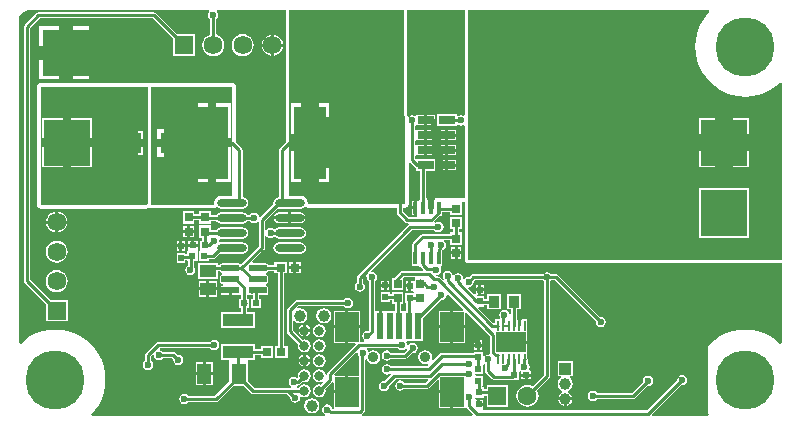
<source format=gbl>
G04*
G04 #@! TF.GenerationSoftware,Altium Limited,Altium NEXUS,2.1.5 (53)*
G04*
G04 Layer_Physical_Order=2*
G04 Layer_Color=16711680*
%FSLAX44Y44*%
%MOMM*%
G71*
G01*
G75*
%ADD10C,0.2000*%
%ADD17R,4.0000X4.0000*%
%ADD24R,0.8000X0.7000*%
%ADD25R,0.6000X0.5000*%
%ADD26R,0.9000X1.0000*%
%ADD27R,0.5000X0.6000*%
%ADD30R,0.7000X0.8000*%
%ADD31R,1.4000X1.1000*%
%ADD48C,1.0000*%
%ADD57C,0.5000*%
%ADD58C,0.4000*%
%ADD59C,0.2540*%
%ADD60C,5.0000*%
%ADD61C,0.9000*%
%ADD62R,1.0000X1.0000*%
%ADD63C,1.5900*%
%ADD64R,1.5900X1.5900*%
%ADD65R,1.5900X1.5900*%
%ADD66R,4.0000X4.0000*%
%ADD67R,1.6000X1.6000*%
%ADD68C,1.6000*%
%ADD69C,0.6000*%
%ADD70R,0.3556X1.0604*%
%ADD71O,2.5000X0.7000*%
%ADD72R,0.6000X0.6000*%
%ADD73R,1.3720X0.7100*%
%ADD74R,1.0000X1.0000*%
%ADD75R,2.7000X6.2000*%
%ADD76R,1.3000X1.8000*%
%ADD77R,2.6000X1.1000*%
%ADD78R,0.5000X2.3000*%
%ADD79R,2.0000X2.5000*%
%ADD80R,0.6000X0.6000*%
%ADD81R,0.2294X0.8080*%
%ADD82R,2.5400X1.6510*%
G04:AMPARAMS|DCode=83|XSize=1.45mm|YSize=0.59mm|CornerRadius=0.0738mm|HoleSize=0mm|Usage=FLASHONLY|Rotation=0.000|XOffset=0mm|YOffset=0mm|HoleType=Round|Shape=RoundedRectangle|*
%AMROUNDEDRECTD83*
21,1,1.4500,0.4425,0,0,0.0*
21,1,1.3025,0.5900,0,0,0.0*
1,1,0.1475,0.6513,-0.2213*
1,1,0.1475,-0.6513,-0.2213*
1,1,0.1475,-0.6513,0.2213*
1,1,0.1475,0.6513,0.2213*
%
%ADD83ROUNDEDRECTD83*%
%ADD84C,0.8000*%
G36*
X229351Y385036D02*
X229351Y273558D01*
X224483Y268689D01*
X223921Y267849D01*
X223724Y266858D01*
Y226848D01*
X221919Y226489D01*
X220341Y225435D01*
X219287Y223857D01*
X218917Y221996D01*
X219116Y220994D01*
X207976Y209854D01*
X206597Y210272D01*
X206460Y210962D01*
X205516Y212374D01*
X204104Y213318D01*
X202438Y213650D01*
X200772Y213318D01*
X199359Y212374D01*
X199033Y211886D01*
X196786D01*
X196219Y212735D01*
X194641Y213789D01*
X192780Y214159D01*
X174780D01*
X172919Y213789D01*
X171341Y212735D01*
X170774Y211886D01*
X165806D01*
Y214978D01*
X156266D01*
Y212298D01*
X152090D01*
Y214978D01*
X142550D01*
Y204438D01*
X152090D01*
Y207118D01*
X156266D01*
Y204438D01*
X165806D01*
Y206706D01*
X170774D01*
X171341Y205857D01*
X172919Y204803D01*
X174780Y204433D01*
X192780D01*
X194641Y204803D01*
X196219Y205857D01*
X196786Y206706D01*
X199033D01*
X199359Y206217D01*
X200772Y205274D01*
X202438Y204942D01*
X204104Y205274D01*
X205388Y206132D01*
X205977Y205985D01*
X206658Y205640D01*
Y185291D01*
X191979Y170612D01*
X190466Y170640D01*
X189802Y171084D01*
X189018Y171239D01*
X175993D01*
X175210Y171084D01*
X174546Y170640D01*
X174102Y169976D01*
X174022Y169570D01*
X171846D01*
Y170988D01*
X155306D01*
Y157448D01*
X171846D01*
Y164390D01*
X174022D01*
X174102Y163984D01*
X174546Y163320D01*
X175208Y162878D01*
X175210Y162867D01*
Y161593D01*
X175208Y161582D01*
X174546Y161140D01*
X174102Y160476D01*
X173947Y159692D01*
Y155267D01*
X174102Y154484D01*
X174546Y153820D01*
X175210Y153377D01*
X175993Y153221D01*
Y151964D01*
X175316Y151829D01*
X174741Y151445D01*
X174357Y150870D01*
X174222Y150192D01*
Y149250D01*
X182506D01*
Y147980D01*
X183776D01*
Y143996D01*
X189018D01*
X189696Y144131D01*
X189942Y144295D01*
X191037Y143878D01*
X191212Y143733D01*
Y140930D01*
X189866D01*
Y133390D01*
X191546D01*
Y129490D01*
X174706D01*
Y115950D01*
X203246D01*
Y129490D01*
X196726D01*
Y133390D01*
X198406D01*
Y140930D01*
X196392D01*
Y143912D01*
X197646Y144320D01*
X198310Y143876D01*
X199093Y143721D01*
X199657D01*
X199710Y143710D01*
X199762Y143721D01*
X201546D01*
Y140930D01*
X199866D01*
Y133390D01*
X208406D01*
Y140930D01*
X206726D01*
Y143721D01*
X212118D01*
X212902Y143876D01*
X213566Y144320D01*
X214009Y144984D01*
X214165Y145767D01*
Y150192D01*
X214009Y150976D01*
X213566Y151640D01*
X212904Y152082D01*
X212902Y152093D01*
Y153367D01*
X212904Y153378D01*
X213566Y153820D01*
X214009Y154484D01*
X214165Y155267D01*
Y159692D01*
X214009Y160476D01*
X213566Y161140D01*
X212904Y161582D01*
X212902Y161593D01*
Y162867D01*
X212904Y162878D01*
X213566Y163320D01*
X214009Y163984D01*
X214105Y164466D01*
X219870D01*
Y162362D01*
X222914D01*
Y100528D01*
X220440D01*
Y90988D01*
X230980D01*
Y100528D01*
X228094D01*
Y162362D01*
X230410D01*
Y171902D01*
X219870D01*
Y169646D01*
X214075D01*
X214009Y169976D01*
X213566Y170640D01*
X212902Y171084D01*
X212118Y171239D01*
X201591D01*
X201105Y172413D01*
X211079Y182387D01*
X211641Y183227D01*
X211838Y184218D01*
Y193844D01*
X213108Y194230D01*
X213584Y193517D01*
X214996Y192574D01*
X216662Y192242D01*
X218328Y192574D01*
X218933Y192978D01*
X220341Y193157D01*
X221919Y192103D01*
X223780Y191733D01*
X241780D01*
X243641Y192103D01*
X245219Y193157D01*
X246273Y194735D01*
X246643Y196596D01*
X246273Y198457D01*
X245219Y200035D01*
X243641Y201089D01*
X241780Y201459D01*
X223780D01*
X221919Y201089D01*
X220341Y200035D01*
X218933Y200214D01*
X218328Y200618D01*
X216662Y200950D01*
X214996Y200618D01*
X213584Y199674D01*
X213108Y198962D01*
X211838Y199348D01*
Y206391D01*
X222778Y217332D01*
X223780Y217133D01*
X241780D01*
X243641Y217503D01*
X245219Y218557D01*
X245264Y218624D01*
X245799Y218764D01*
X246574Y218817D01*
X246948Y218567D01*
X247295Y218282D01*
X247440Y218238D01*
X247567Y218154D01*
X248007Y218066D01*
X248437Y217936D01*
X248589Y217951D01*
X248737Y217921D01*
X323292Y217921D01*
Y213868D01*
X323489Y212877D01*
X324051Y212037D01*
X330401Y205687D01*
X331241Y205125D01*
X332232Y204928D01*
X333036D01*
X333421Y203658D01*
X333195Y203507D01*
X290269Y160581D01*
X289707Y159741D01*
X289510Y158750D01*
Y154535D01*
X289021Y154208D01*
X288078Y152796D01*
X287746Y151130D01*
X288078Y149464D01*
X289021Y148052D01*
X290434Y147108D01*
X292100Y146776D01*
X293766Y147108D01*
X295179Y148052D01*
X296122Y149464D01*
X296454Y151130D01*
X296122Y152796D01*
X295179Y154208D01*
X294690Y154535D01*
Y157677D01*
X296728Y159715D01*
X297906Y159130D01*
X298238Y157464D01*
X299181Y156052D01*
X299670Y155725D01*
Y114440D01*
X298635Y113537D01*
X298450Y113574D01*
X296784Y113242D01*
X295371Y112298D01*
X294428Y110886D01*
X294096Y109220D01*
X294428Y107554D01*
X295371Y106142D01*
X296084Y105666D01*
X295698Y104396D01*
X292030D01*
Y115670D01*
X282300D01*
Y103440D01*
X288131D01*
X288617Y102267D01*
X265109Y78758D01*
X264547Y77918D01*
X264350Y76926D01*
Y76336D01*
X263080Y76211D01*
X262774Y77748D01*
X261609Y79492D01*
X259866Y80656D01*
X257810Y81065D01*
X255754Y80656D01*
X254011Y79492D01*
X252846Y77748D01*
X252437Y75692D01*
X252846Y73636D01*
X254011Y71892D01*
X255754Y70728D01*
X257810Y70319D01*
X259866Y70728D01*
X260532Y71173D01*
X261342Y70186D01*
X259237Y68081D01*
X257810Y68365D01*
X255754Y67956D01*
X254011Y66792D01*
X252846Y65048D01*
X252437Y62992D01*
X252846Y60936D01*
X254011Y59193D01*
X255754Y58028D01*
X257810Y57619D01*
X259866Y58028D01*
X261609Y59193D01*
X262774Y60936D01*
X263183Y62992D01*
X262899Y64419D01*
X268760Y70279D01*
X268807Y70279D01*
X270030Y69889D01*
Y63210D01*
X279760D01*
Y75440D01*
X270912D01*
X270386Y76710D01*
X289071Y95395D01*
X289796Y95157D01*
X290317Y94845D01*
X290618Y93330D01*
X291562Y91917D01*
X291590Y91898D01*
Y75440D01*
X282300D01*
Y61940D01*
X281030D01*
Y60670D01*
X270030D01*
Y48440D01*
X270030D01*
X269958Y47834D01*
X268673Y47784D01*
X268500Y48652D01*
X267556Y50065D01*
X266144Y51008D01*
X264478Y51340D01*
X262812Y51008D01*
X261400Y50065D01*
X260456Y48652D01*
X260124Y46986D01*
X260456Y45320D01*
X261400Y43907D01*
X262812Y42964D01*
X262859Y42955D01*
X262734Y41684D01*
X65273D01*
X64698Y42955D01*
X67897Y46602D01*
X70975Y51210D01*
X73426Y56179D01*
X75207Y61426D01*
X76288Y66861D01*
X76651Y72390D01*
X76288Y77919D01*
X75207Y83354D01*
X73426Y88601D01*
X70975Y93570D01*
X67897Y98178D01*
X64243Y102344D01*
X60078Y105997D01*
X55470Y109075D01*
X50501Y111526D01*
X45254Y113307D01*
X39819Y114388D01*
X34290Y114751D01*
X28761Y114388D01*
X23326Y113307D01*
X18079Y111526D01*
X13110Y109075D01*
X8502Y105997D01*
X4890Y102829D01*
X3620Y103405D01*
Y377226D01*
X3636D01*
X3902Y379243D01*
X4680Y381123D01*
X5919Y382737D01*
X7533Y383975D01*
X9413Y384754D01*
X11430Y385020D01*
Y385036D01*
X164088D01*
X164453Y384101D01*
X164522Y383765D01*
X163618Y382412D01*
X163286Y380746D01*
X163618Y379080D01*
X164562Y377668D01*
X165050Y377341D01*
Y364341D01*
X163390Y363654D01*
X161464Y362176D01*
X159986Y360250D01*
X159057Y358007D01*
X158740Y355600D01*
X159057Y353193D01*
X159986Y350950D01*
X161464Y349024D01*
X163390Y347546D01*
X165633Y346617D01*
X168040Y346301D01*
X170447Y346617D01*
X172690Y347546D01*
X174616Y349024D01*
X176094Y350950D01*
X177023Y353193D01*
X177339Y355600D01*
X177023Y358007D01*
X176094Y360250D01*
X174616Y362176D01*
X172690Y363654D01*
X170447Y364583D01*
X170230Y364611D01*
Y377341D01*
X170718Y377668D01*
X171662Y379080D01*
X171994Y380746D01*
X171662Y382412D01*
X170758Y383765D01*
X170827Y384101D01*
X171192Y385036D01*
X228081D01*
X229351Y385036D01*
D02*
G37*
G36*
X380801Y296435D02*
X379531Y295756D01*
X379364Y295868D01*
X377698Y296200D01*
X376032Y295868D01*
X375306Y295383D01*
X374036Y296062D01*
Y296920D01*
X357776D01*
Y287280D01*
X374036D01*
Y287630D01*
X375306Y288309D01*
X376032Y287824D01*
X377698Y287492D01*
X379364Y287824D01*
X379531Y287936D01*
X380801Y287257D01*
Y225814D01*
X355854D01*
Y224915D01*
X355025Y223988D01*
X353517D01*
Y217686D01*
X350977D01*
Y223988D01*
X349469D01*
X348742Y224957D01*
Y225814D01*
X348335D01*
Y249180D01*
X356036D01*
Y258820D01*
X339776D01*
X339140Y259827D01*
Y261272D01*
X340046Y262150D01*
X340410Y262150D01*
X346636D01*
Y266700D01*
X347906D01*
D01*
X346636D01*
Y271250D01*
X340410D01*
X340046Y271250D01*
X339140Y272129D01*
Y273972D01*
X340046Y274850D01*
X340410Y274850D01*
X346636D01*
Y279400D01*
Y283950D01*
X340410D01*
X340046Y283950D01*
X339140Y284828D01*
Y286672D01*
X340046Y287550D01*
X346636D01*
Y292100D01*
Y296650D01*
X340046D01*
Y296173D01*
X338776Y295494D01*
X338216Y295868D01*
X336550Y296200D01*
X334884Y295868D01*
X333599Y295010D01*
X333011Y295157D01*
X332329Y295501D01*
Y385036D01*
X380801D01*
Y296435D01*
D02*
G37*
G36*
X329271Y295650D02*
X330046D01*
Y293479D01*
X330102Y293435D01*
X330167Y293338D01*
X330454Y293146D01*
X330454Y220980D01*
X248737Y220980D01*
X247931Y221962D01*
X247938Y221996D01*
X247470Y224353D01*
X246135Y226351D01*
X244137Y227686D01*
X241780Y228154D01*
X232410D01*
X232410Y385036D01*
X329271Y385036D01*
Y295650D01*
D02*
G37*
G36*
X380801Y173990D02*
X381034Y172819D01*
X381697Y171827D01*
X382690Y171164D01*
X383860Y170931D01*
X649195D01*
X649195Y169661D01*
Y103373D01*
X647925Y102798D01*
X644278Y105997D01*
X639670Y109075D01*
X634701Y111526D01*
X629454Y113307D01*
X624019Y114388D01*
X618490Y114751D01*
X612961Y114388D01*
X607526Y113307D01*
X602279Y111526D01*
X597310Y109075D01*
X592702Y105997D01*
X588536Y102344D01*
X587635Y101315D01*
X587562Y101267D01*
X587061Y100516D01*
X586885Y99630D01*
Y45340D01*
X586853Y45183D01*
X587030Y44297D01*
X587483Y43619D01*
X587484Y43615D01*
X587758Y42850D01*
X587043Y41684D01*
X539903D01*
X539377Y42955D01*
X564150Y67727D01*
X565150Y67528D01*
X566816Y67860D01*
X568228Y68804D01*
X569172Y70216D01*
X569504Y71882D01*
X569172Y73548D01*
X568228Y74960D01*
X566816Y75904D01*
X565150Y76236D01*
X563484Y75904D01*
X562071Y74960D01*
X561128Y73548D01*
X560796Y71882D01*
X560827Y71729D01*
X535327Y46230D01*
X396761D01*
X396684Y47468D01*
X396684D01*
Y50198D01*
X392684D01*
Y51468D01*
X391414D01*
Y55468D01*
X390209D01*
X389411Y56736D01*
X389634Y57198D01*
X396954D01*
Y58878D01*
X399416D01*
Y49404D01*
X417956D01*
Y67944D01*
X399416D01*
Y64058D01*
X396954D01*
Y65738D01*
X395274D01*
Y67184D01*
X396700D01*
Y75724D01*
X390813D01*
X390009Y76994D01*
X390098Y77184D01*
X396700D01*
Y84516D01*
X397970Y85309D01*
X398222Y85186D01*
Y79502D01*
X398419Y78511D01*
X398981Y77671D01*
X403505Y73147D01*
X404345Y72585D01*
X405336Y72388D01*
X421274D01*
X421484Y72430D01*
X427260D01*
Y78512D01*
X428530Y79267D01*
X428736Y79155D01*
X428990Y78832D01*
Y77470D01*
X432990D01*
X436990D01*
Y79700D01*
X435965D01*
X435286Y80970D01*
X435568Y81392D01*
X435900Y83058D01*
X435568Y84724D01*
X434624Y86137D01*
X434136Y86463D01*
Y89822D01*
X434210Y90194D01*
X434037Y91063D01*
Y94885D01*
X434070D01*
Y102870D01*
X420370D01*
Y105410D01*
X434070D01*
Y113395D01*
X434037D01*
Y123396D01*
X429203D01*
Y123126D01*
X428390D01*
Y118086D01*
X425850D01*
Y123126D01*
X425210D01*
Y132160D01*
X428290D01*
Y144700D01*
X416750D01*
Y132160D01*
X420030D01*
Y127826D01*
X418760Y127701D01*
X418568Y128666D01*
X417625Y130078D01*
X416212Y131022D01*
X414546Y131354D01*
X412880Y131022D01*
X411468Y130078D01*
X410524Y128666D01*
X410192Y127000D01*
X410524Y125334D01*
X410970Y124666D01*
X410532Y123396D01*
X406703D01*
Y120676D01*
X404957D01*
X392566Y133067D01*
X393052Y134240D01*
X397470D01*
Y135420D01*
X399750D01*
Y132160D01*
X411290D01*
Y144700D01*
X399750D01*
Y140600D01*
X397470D01*
Y142780D01*
X391472D01*
X391139Y143240D01*
X391153Y143407D01*
X391787Y144510D01*
X392430D01*
Y147240D01*
X390200D01*
Y145556D01*
X390200Y145124D01*
X388930Y144598D01*
X383903Y149625D01*
X384141Y150350D01*
X384453Y150871D01*
X385968Y151172D01*
X387380Y152115D01*
X388324Y153528D01*
X388656Y155194D01*
X388619Y155379D01*
X389522Y156414D01*
X447445D01*
X447771Y155926D01*
X448260Y155599D01*
Y76511D01*
X438591Y66842D01*
X436506Y67705D01*
X434086Y68024D01*
X431666Y67705D01*
X429411Y66771D01*
X427475Y65285D01*
X425989Y63349D01*
X425055Y61094D01*
X424736Y58674D01*
X425055Y56254D01*
X425989Y53999D01*
X427475Y52063D01*
X429411Y50577D01*
X431666Y49643D01*
X434086Y49324D01*
X436506Y49643D01*
X438761Y50577D01*
X440697Y52063D01*
X442183Y53999D01*
X443117Y56254D01*
X443436Y58674D01*
X443117Y61094D01*
X442254Y63179D01*
X452681Y73607D01*
X453243Y74447D01*
X453440Y75438D01*
Y155599D01*
X453928Y155926D01*
X454255Y156414D01*
X457143D01*
X491823Y121735D01*
X491708Y121158D01*
X492040Y119492D01*
X492984Y118080D01*
X494396Y117136D01*
X496062Y116804D01*
X497728Y117136D01*
X499141Y118080D01*
X500084Y119492D01*
X500416Y121158D01*
X500084Y122824D01*
X499141Y124236D01*
X497728Y125180D01*
X496062Y125512D01*
X495485Y125397D01*
X460047Y160835D01*
X459207Y161397D01*
X458216Y161594D01*
X454255D01*
X453928Y162083D01*
X452516Y163026D01*
X450850Y163358D01*
X449184Y163026D01*
X447771Y162083D01*
X447445Y161594D01*
X388112D01*
X387121Y161397D01*
X386281Y160835D01*
X384879Y159433D01*
X384302Y159548D01*
X382636Y159216D01*
X381223Y158272D01*
X380710Y157505D01*
X379534Y157979D01*
X379510Y157994D01*
X379180Y159654D01*
X378237Y161066D01*
X376824Y162010D01*
X375158Y162342D01*
X373492Y162010D01*
X372080Y161066D01*
X371989Y160931D01*
X370641Y161200D01*
X370544Y161686D01*
X369600Y163099D01*
X368188Y164042D01*
X366522Y164374D01*
X364856Y164042D01*
X363443Y163099D01*
X362500Y161686D01*
X362168Y160020D01*
X362500Y158354D01*
X363113Y157437D01*
X362126Y156627D01*
X359744Y159009D01*
X358904Y159571D01*
X357913Y159768D01*
X356929D01*
X356804Y161038D01*
X358282Y161332D01*
X359695Y162276D01*
X360638Y163688D01*
X360970Y165354D01*
X360638Y167020D01*
X360447Y167306D01*
X361046Y168426D01*
X361798D01*
Y175256D01*
X361847Y175506D01*
Y181756D01*
X362600Y181906D01*
X364012Y182850D01*
X364956Y184262D01*
X365288Y185928D01*
X364956Y187594D01*
X364012Y189007D01*
X363372Y189434D01*
X363758Y190704D01*
X368864D01*
Y186404D01*
X378404D01*
Y196944D01*
X376224D01*
Y199804D01*
X378404D01*
Y210344D01*
X368864D01*
Y199804D01*
X371044D01*
Y196944D01*
X368864D01*
Y195884D01*
X345440D01*
X344449Y195687D01*
X343609Y195125D01*
X337411Y188928D01*
X336850Y188088D01*
X336653Y187096D01*
Y181570D01*
X336194D01*
Y168426D01*
X342290D01*
X342290Y168426D01*
X343421Y168090D01*
X343914Y167353D01*
X345863Y165404D01*
X345337Y164134D01*
X328114D01*
X327123Y163937D01*
X326283Y163375D01*
X321765Y158857D01*
X321586Y158590D01*
X319334D01*
Y148050D01*
X328874D01*
Y158590D01*
X329993Y158954D01*
X337414D01*
X338638Y158844D01*
Y156825D01*
X338018Y155812D01*
X337368Y155812D01*
X335788D01*
Y151812D01*
Y147812D01*
X337090D01*
X337978Y146571D01*
X337912Y146386D01*
X337644Y146082D01*
X330748D01*
Y137542D01*
X331434D01*
Y130710D01*
X329760D01*
X329760Y130710D01*
X329300D01*
Y130710D01*
X328490Y130710D01*
X327153D01*
Y136050D01*
X328874D01*
Y146590D01*
X319334D01*
Y144606D01*
X317460D01*
Y146336D01*
X309920D01*
Y137796D01*
X317460D01*
Y139426D01*
X319334D01*
Y136050D01*
X321973D01*
Y131701D01*
X321300Y130710D01*
X320490Y130710D01*
X314188D01*
X313760Y130710D01*
X312602Y130440D01*
X310800D01*
Y117940D01*
X308260D01*
Y130440D01*
X306120D01*
X306030Y130440D01*
X304850Y130657D01*
Y155725D01*
X305338Y156052D01*
X306282Y157464D01*
X306614Y159130D01*
X306282Y160796D01*
X305338Y162208D01*
X303926Y163152D01*
X302260Y163484D01*
X301675Y164662D01*
X336099Y199086D01*
X355243D01*
X355569Y198598D01*
X356982Y197654D01*
X358648Y197322D01*
X360314Y197654D01*
X361726Y198598D01*
X362670Y200010D01*
X363002Y201676D01*
X362670Y203342D01*
X361726Y204755D01*
X360314Y205698D01*
X358648Y206030D01*
X356982Y205698D01*
X355862Y204950D01*
X355675Y204983D01*
X355247Y206351D01*
X360010Y211114D01*
X361798D01*
Y214588D01*
X368864D01*
Y211804D01*
X378404D01*
Y222344D01*
X379504Y222755D01*
X380801D01*
Y173990D01*
D02*
G37*
G36*
X339102Y252169D02*
X339776Y251719D01*
Y249180D01*
X343155D01*
Y225446D01*
X342697Y224258D01*
X341539Y223988D01*
X340512D01*
Y217686D01*
Y211158D01*
X341156Y210436D01*
X341082Y210108D01*
X333305D01*
X328472Y214941D01*
Y217921D01*
X330454D01*
X331624Y218154D01*
X332617Y218817D01*
X333280Y219809D01*
X333513Y220980D01*
Y256071D01*
X334510Y256469D01*
X334783Y256488D01*
X339102Y252169D01*
D02*
G37*
G36*
X588082Y383765D02*
X584883Y380118D01*
X581805Y375510D01*
X579354Y370541D01*
X577573Y365294D01*
X576492Y359859D01*
X576129Y354330D01*
X576492Y348801D01*
X577573Y343366D01*
X579354Y338119D01*
X581805Y333150D01*
X584883Y328542D01*
X588536Y324376D01*
X592702Y320723D01*
X597310Y317645D01*
X602279Y315194D01*
X607526Y313413D01*
X612961Y312332D01*
X618490Y311969D01*
X624019Y312332D01*
X629454Y313413D01*
X634701Y315194D01*
X639670Y317645D01*
X644278Y320723D01*
X647925Y323922D01*
X649195Y323347D01*
X649195Y173990D01*
X383860D01*
Y250450D01*
X383766D01*
Y295650D01*
X383860D01*
Y385036D01*
X587507D01*
X588082Y383765D01*
D02*
G37*
G36*
X379815Y131613D02*
X379329Y130440D01*
X371300D01*
Y118210D01*
X381030D01*
Y128739D01*
X382203Y129225D01*
X402540Y108888D01*
Y94833D01*
X402565Y94708D01*
X401485Y93628D01*
X400812Y93762D01*
X399146Y93430D01*
X397733Y92486D01*
X397470Y92092D01*
X396200Y92477D01*
Y95790D01*
X388660D01*
Y95252D01*
X361819D01*
X360828Y95055D01*
X359988Y94493D01*
X354387Y88893D01*
X353041Y89212D01*
X352985Y89286D01*
X353413Y91440D01*
X352965Y93691D01*
X351690Y95600D01*
X349781Y96875D01*
X347530Y97323D01*
X345279Y96875D01*
X343370Y95600D01*
X342095Y93691D01*
X341647Y91440D01*
X342095Y89189D01*
X343370Y87280D01*
X345279Y86005D01*
X347530Y85557D01*
X349684Y85985D01*
X349758Y85929D01*
X350008Y84873D01*
X349145Y83870D01*
X318449D01*
X318293Y84104D01*
X316880Y85048D01*
X315214Y85380D01*
X313548Y85048D01*
X312136Y84104D01*
X311192Y82692D01*
X310860Y81026D01*
X311192Y79360D01*
X312136Y77948D01*
X313548Y77004D01*
X315214Y76672D01*
X316880Y77004D01*
X317733Y77574D01*
X318543Y76588D01*
X312997Y71041D01*
X312420Y71156D01*
X310754Y70824D01*
X309342Y69880D01*
X308398Y68468D01*
X308066Y66802D01*
X308398Y65136D01*
X309342Y63724D01*
X310754Y62780D01*
X312420Y62448D01*
X314086Y62780D01*
X315499Y63724D01*
X316442Y65136D01*
X316774Y66802D01*
X316659Y67379D01*
X322431Y73150D01*
X349690D01*
X350216Y71880D01*
X348235Y69900D01*
X329795D01*
X329468Y70388D01*
X328056Y71332D01*
X326390Y71664D01*
X324724Y71332D01*
X323312Y70388D01*
X322368Y68976D01*
X322036Y67310D01*
X322368Y65644D01*
X323312Y64232D01*
X324724Y63288D01*
X326390Y62956D01*
X328056Y63288D01*
X329468Y64232D01*
X329795Y64720D01*
X349308D01*
X350299Y64917D01*
X351139Y65479D01*
X357857Y72196D01*
X359030Y71710D01*
Y63210D01*
X370030D01*
Y61940D01*
X371300D01*
Y48440D01*
X381030D01*
Y48440D01*
X382300Y48682D01*
X382471Y48427D01*
X387943Y42955D01*
X387417Y41684D01*
X294725Y41684D01*
X294364Y42356D01*
X294267Y42955D01*
X296011Y44699D01*
X296573Y45539D01*
X296770Y46530D01*
Y89340D01*
X298040Y89465D01*
X298095Y89189D01*
X299370Y87280D01*
X301279Y86005D01*
X303530Y85557D01*
X305781Y86005D01*
X307690Y87280D01*
X308965Y89189D01*
X309413Y91440D01*
X308965Y93691D01*
X307690Y95600D01*
X305781Y96875D01*
X303530Y97323D01*
X301279Y96875D01*
X300075Y96071D01*
X298664Y96655D01*
X298662Y96662D01*
X297804Y97946D01*
X297951Y98535D01*
X298296Y99216D01*
X324117D01*
X324581Y98521D01*
X325994Y97578D01*
X327660Y97246D01*
X329326Y97578D01*
X330485Y98352D01*
X330738Y98371D01*
X331245Y98230D01*
X331842Y97887D01*
X331840Y97759D01*
X329381Y95300D01*
X318365D01*
X318039Y95788D01*
X316626Y96732D01*
X314960Y97064D01*
X313294Y96732D01*
X311882Y95788D01*
X310938Y94376D01*
X310606Y92710D01*
X310938Y91044D01*
X311882Y89632D01*
X313294Y88688D01*
X314960Y88356D01*
X316626Y88688D01*
X318039Y89632D01*
X318365Y90120D01*
X330454D01*
X331445Y90317D01*
X332285Y90879D01*
X336227Y94821D01*
X336804Y94706D01*
X338470Y95038D01*
X339883Y95982D01*
X340826Y97394D01*
X341158Y99060D01*
X340826Y100726D01*
X339883Y102139D01*
X338470Y103082D01*
X336804Y103414D01*
X335138Y103082D01*
X333726Y102139D01*
X333246Y101420D01*
X332606Y101514D01*
X331973Y101802D01*
X331682Y103266D01*
X331259Y103900D01*
X331937Y105170D01*
X336490D01*
X337300Y105170D01*
X338570Y105170D01*
X345300D01*
Y124467D01*
X360611Y139779D01*
X361188Y139664D01*
X362854Y139996D01*
X364267Y140940D01*
X365210Y142352D01*
X365542Y144018D01*
X365524Y144109D01*
X366694Y144734D01*
X379815Y131613D01*
D02*
G37*
%LPC*%
G36*
X219310Y364460D02*
Y356870D01*
X226900D01*
X226760Y357936D01*
X225858Y360114D01*
X224423Y361983D01*
X222554Y363418D01*
X220376Y364320D01*
X219310Y364460D01*
D02*
G37*
G36*
X216770D02*
X215704Y364320D01*
X213526Y363418D01*
X211657Y361983D01*
X210222Y360114D01*
X209320Y357936D01*
X209180Y356870D01*
X216770D01*
Y364460D01*
D02*
G37*
G36*
X65720Y371790D02*
X49180D01*
Y355250D01*
X65720D01*
Y371790D01*
D02*
G37*
G36*
X37180D02*
X20640D01*
Y355250D01*
X37180D01*
Y371790D01*
D02*
G37*
G36*
X226900Y354330D02*
X219310D01*
Y346740D01*
X220376Y346880D01*
X222554Y347782D01*
X224423Y349217D01*
X225858Y351086D01*
X226760Y353264D01*
X226900Y354330D01*
D02*
G37*
G36*
X216770D02*
X209180D01*
X209320Y353264D01*
X210222Y351086D01*
X211657Y349217D01*
X213526Y347782D01*
X215704Y346880D01*
X216770Y346740D01*
Y354330D01*
D02*
G37*
G36*
X117894Y383336D02*
X20066D01*
X19075Y383139D01*
X18235Y382577D01*
X8329Y372671D01*
X7767Y371831D01*
X7570Y370840D01*
Y156210D01*
X7767Y155219D01*
X8329Y154379D01*
X26340Y136368D01*
Y121590D01*
X44780D01*
Y140030D01*
X30003D01*
X12750Y157283D01*
Y369767D01*
X21139Y378156D01*
X116821D01*
X133820Y361157D01*
Y346380D01*
X152260D01*
Y364820D01*
X137483D01*
X119725Y382577D01*
X118885Y383139D01*
X117894Y383336D01*
D02*
G37*
G36*
X193040Y364899D02*
X190633Y364583D01*
X188390Y363654D01*
X186464Y362176D01*
X184986Y360250D01*
X184057Y358007D01*
X183741Y355600D01*
X184057Y353193D01*
X184986Y350950D01*
X186464Y349024D01*
X188390Y347546D01*
X190633Y346617D01*
X193040Y346301D01*
X195447Y346617D01*
X197690Y347546D01*
X199616Y349024D01*
X201094Y350950D01*
X202023Y353193D01*
X202339Y355600D01*
X202023Y358007D01*
X201094Y360250D01*
X199616Y362176D01*
X197690Y363654D01*
X195447Y364583D01*
X193040Y364899D01*
D02*
G37*
G36*
X65720Y343250D02*
X49180D01*
Y326710D01*
X65720D01*
Y343250D01*
D02*
G37*
G36*
X37180D02*
X20640D01*
Y326710D01*
X37180D01*
Y343250D01*
D02*
G37*
G36*
X21946Y323353D02*
X20775Y323120D01*
X19783Y322457D01*
X19120Y321465D01*
X18887Y320294D01*
X18887Y220218D01*
X19120Y219047D01*
X19783Y218055D01*
X20775Y217392D01*
X21946Y217159D01*
X111346Y217159D01*
X111412Y217172D01*
X111479Y217162D01*
X111995Y217288D01*
X112517Y217392D01*
X112573Y217429D01*
X112638Y217445D01*
X113067Y217759D01*
X113509Y218055D01*
X114399Y217646D01*
X115570Y217413D01*
X167924Y217413D01*
X168073Y217443D01*
X168224Y217428D01*
X168654Y217558D01*
X169094Y217646D01*
X169221Y217730D01*
X169366Y217774D01*
X169713Y218059D01*
X170087Y218309D01*
X170475Y218386D01*
X171386Y218527D01*
X172919Y217503D01*
X174780Y217133D01*
X192780D01*
X194641Y217503D01*
X196219Y218557D01*
X197273Y220135D01*
X197643Y221996D01*
X197273Y223857D01*
X196219Y225435D01*
X194641Y226489D01*
X192836Y226848D01*
Y266930D01*
X192639Y267921D01*
X192077Y268761D01*
X187209Y273630D01*
X187209Y320294D01*
X186976Y321465D01*
X186313Y322457D01*
X185320Y323120D01*
X184150Y323353D01*
X115570Y323353D01*
X114399Y323120D01*
X114041Y322880D01*
X113682Y323120D01*
X112511Y323353D01*
X111241Y323353D01*
X21946Y323353D01*
D02*
G37*
G36*
X241780Y213884D02*
X234050D01*
Y210566D01*
X246115D01*
X246019Y211052D01*
X245024Y212540D01*
X243536Y213535D01*
X241780Y213884D01*
D02*
G37*
G36*
X231510D02*
X223780D01*
X222024Y213535D01*
X220536Y212540D01*
X219541Y211052D01*
X219445Y210566D01*
X231510D01*
Y213884D01*
D02*
G37*
G36*
X36830Y214670D02*
Y207080D01*
X44420D01*
X44280Y208146D01*
X43378Y210324D01*
X41943Y212193D01*
X40074Y213628D01*
X37896Y214530D01*
X36830Y214670D01*
D02*
G37*
G36*
X34290D02*
X33224Y214530D01*
X31046Y213628D01*
X29177Y212193D01*
X27742Y210324D01*
X26840Y208146D01*
X26700Y207080D01*
X34290D01*
Y214670D01*
D02*
G37*
G36*
X246115Y208026D02*
X234050D01*
Y204708D01*
X241780D01*
X243536Y205057D01*
X245024Y206052D01*
X246019Y207540D01*
X246115Y208026D01*
D02*
G37*
G36*
X231510D02*
X219445D01*
X219541Y207540D01*
X220536Y206052D01*
X222024Y205057D01*
X223780Y204708D01*
X231510D01*
Y208026D01*
D02*
G37*
G36*
X151820Y202708D02*
X148590D01*
Y198978D01*
X151820D01*
Y202708D01*
D02*
G37*
G36*
X146050D02*
X142820D01*
Y198978D01*
X146050D01*
Y202708D01*
D02*
G37*
G36*
X44420Y204540D02*
X36830D01*
Y196950D01*
X37896Y197090D01*
X40074Y197992D01*
X41943Y199427D01*
X43378Y201296D01*
X44280Y203474D01*
X44420Y204540D01*
D02*
G37*
G36*
X34290D02*
X26700D01*
X26840Y203474D01*
X27742Y201296D01*
X29177Y199427D01*
X31046Y197992D01*
X33224Y197090D01*
X34290Y196950D01*
Y204540D01*
D02*
G37*
G36*
X151820Y196438D02*
X148590D01*
Y192708D01*
X151820D01*
Y196438D01*
D02*
G37*
G36*
X146050D02*
X142820D01*
Y192708D01*
X146050D01*
Y196438D01*
D02*
G37*
G36*
X165806Y202978D02*
X156266D01*
Y192438D01*
X158279D01*
Y189698D01*
X156432D01*
Y182158D01*
X156432Y182158D01*
X156178Y181308D01*
X156178D01*
X156178Y180993D01*
Y172768D01*
X164718D01*
Y174448D01*
X167840D01*
X168831Y174645D01*
X169671Y175207D01*
X173710Y179245D01*
X174780Y179033D01*
X192780D01*
X194641Y179403D01*
X196219Y180457D01*
X197273Y182035D01*
X197643Y183896D01*
X197273Y185757D01*
X196219Y187335D01*
X194641Y188389D01*
X192780Y188759D01*
X174780D01*
X174120Y188628D01*
X173935Y188813D01*
X173212Y189743D01*
X173004Y190791D01*
X173637Y191660D01*
X173962Y191895D01*
X174780Y191733D01*
X192780D01*
X194641Y192103D01*
X196219Y193157D01*
X197273Y194735D01*
X197643Y196596D01*
X197273Y198457D01*
X196219Y200035D01*
X194641Y201089D01*
X192780Y201459D01*
X174780D01*
X172919Y201089D01*
X171341Y200035D01*
X170774Y199186D01*
X165806D01*
Y202978D01*
D02*
G37*
G36*
X154702Y189428D02*
X151972D01*
Y187198D01*
X154702D01*
Y189428D01*
D02*
G37*
G36*
X149432D02*
X146702D01*
Y187198D01*
X149432D01*
Y189428D01*
D02*
G37*
G36*
X144216Y189594D02*
X141986D01*
Y186864D01*
X144216D01*
Y189594D01*
D02*
G37*
G36*
X139446D02*
X137216D01*
Y186864D01*
X139446D01*
Y189594D01*
D02*
G37*
G36*
X144216Y184324D02*
X141986D01*
Y181594D01*
X144216D01*
Y184324D01*
D02*
G37*
G36*
X139446D02*
X137216D01*
Y181594D01*
X139446D01*
Y184324D01*
D02*
G37*
G36*
X241780Y188759D02*
X223780D01*
X221919Y188389D01*
X220341Y187335D01*
X219287Y185757D01*
X218917Y183896D01*
X219287Y182035D01*
X220341Y180457D01*
X221919Y179403D01*
X223780Y179033D01*
X241780D01*
X243641Y179403D01*
X245219Y180457D01*
X246273Y182035D01*
X246643Y183896D01*
X246273Y185757D01*
X245219Y187335D01*
X243641Y188389D01*
X241780Y188759D01*
D02*
G37*
G36*
X154702Y184658D02*
X150702D01*
X146702D01*
Y182578D01*
X146702Y182428D01*
X146340Y181308D01*
X146178D01*
Y178906D01*
X144486D01*
Y179864D01*
X136946D01*
Y171324D01*
X144486D01*
Y173726D01*
X146178D01*
Y172768D01*
X146662D01*
Y168947D01*
X145512Y168179D01*
X144568Y166766D01*
X144236Y165100D01*
X144568Y163434D01*
X145512Y162022D01*
X146924Y161078D01*
X148590Y160746D01*
X150256Y161078D01*
X151669Y162022D01*
X152612Y163434D01*
X152944Y165100D01*
X152612Y166766D01*
X151842Y167919D01*
Y172768D01*
X154718D01*
Y181165D01*
X154718Y181308D01*
X154702Y182571D01*
Y182578D01*
Y184658D01*
D02*
G37*
G36*
X35560Y190110D02*
X33153Y189793D01*
X30910Y188864D01*
X28984Y187386D01*
X27506Y185460D01*
X26577Y183217D01*
X26260Y180810D01*
X26577Y178403D01*
X27506Y176160D01*
X28984Y174234D01*
X30910Y172756D01*
X33153Y171827D01*
X35560Y171511D01*
X37967Y171827D01*
X40210Y172756D01*
X42136Y174234D01*
X43614Y176160D01*
X44543Y178403D01*
X44859Y180810D01*
X44543Y183217D01*
X43614Y185460D01*
X42136Y187386D01*
X40210Y188864D01*
X37967Y189793D01*
X35560Y190110D01*
D02*
G37*
G36*
X242140Y171632D02*
X238410D01*
Y168402D01*
X242140D01*
Y171632D01*
D02*
G37*
G36*
X235870D02*
X232140D01*
Y168402D01*
X235870D01*
Y171632D01*
D02*
G37*
G36*
X242140Y165862D02*
X238410D01*
Y162632D01*
X242140D01*
Y165862D01*
D02*
G37*
G36*
X235870D02*
X232140D01*
Y162632D01*
X235870D01*
Y165862D01*
D02*
G37*
G36*
X171576Y155718D02*
X164846D01*
Y150488D01*
X171576D01*
Y155718D01*
D02*
G37*
G36*
X162306D02*
X155576D01*
Y150488D01*
X162306D01*
Y155718D01*
D02*
G37*
G36*
X35560Y165110D02*
X33153Y164793D01*
X30910Y163864D01*
X28984Y162386D01*
X27506Y160460D01*
X26577Y158217D01*
X26260Y155810D01*
X26577Y153403D01*
X27506Y151160D01*
X28984Y149234D01*
X30910Y147756D01*
X33153Y146827D01*
X35560Y146510D01*
X37967Y146827D01*
X40210Y147756D01*
X42136Y149234D01*
X43614Y151160D01*
X44543Y153403D01*
X44859Y155810D01*
X44543Y158217D01*
X43614Y160460D01*
X42136Y162386D01*
X40210Y163864D01*
X37967Y164793D01*
X35560Y165110D01*
D02*
G37*
G36*
X181236Y146710D02*
X174222D01*
Y145767D01*
X174357Y145090D01*
X174741Y144515D01*
X175316Y144131D01*
X175993Y143996D01*
X181236D01*
Y146710D01*
D02*
G37*
G36*
X171576Y147948D02*
X164846D01*
Y142718D01*
X171576D01*
Y147948D01*
D02*
G37*
G36*
X162306D02*
X155576D01*
Y142718D01*
X162306D01*
Y147948D01*
D02*
G37*
G36*
X281940Y141514D02*
X280274Y141182D01*
X278862Y140239D01*
X278535Y139750D01*
X238760D01*
X237769Y139553D01*
X236929Y138991D01*
X231209Y133271D01*
X230647Y132431D01*
X230450Y131440D01*
Y113162D01*
X230647Y112171D01*
X231209Y111331D01*
X240021Y102519D01*
X239737Y101092D01*
X240146Y99036D01*
X241311Y97292D01*
X243054Y96128D01*
X245110Y95719D01*
X247166Y96128D01*
X248909Y97292D01*
X250074Y99036D01*
X250483Y101092D01*
X250074Y103148D01*
X248909Y104892D01*
X247166Y106056D01*
X245110Y106465D01*
X243683Y106181D01*
X235630Y114235D01*
Y121595D01*
X236900Y121898D01*
X238864Y120586D01*
X241310Y120099D01*
X243756Y120586D01*
X245830Y121972D01*
X247216Y124046D01*
X247703Y126492D01*
X247216Y128938D01*
X245830Y131012D01*
X243756Y132398D01*
X241310Y132885D01*
X239604Y132545D01*
X238978Y133716D01*
X239833Y134570D01*
X278535D01*
X278862Y134081D01*
X280274Y133138D01*
X281940Y132806D01*
X283606Y133138D01*
X285019Y134081D01*
X285962Y135494D01*
X286294Y137160D01*
X285962Y138826D01*
X285019Y140239D01*
X283606Y141182D01*
X281940Y141514D01*
D02*
G37*
G36*
X261610Y132885D02*
X259164Y132398D01*
X257090Y131012D01*
X255704Y128938D01*
X255217Y126492D01*
X255704Y124046D01*
X257090Y121972D01*
X259164Y120586D01*
X261610Y120099D01*
X264056Y120586D01*
X266130Y121972D01*
X267516Y124046D01*
X268003Y126492D01*
X267516Y128938D01*
X266130Y131012D01*
X264056Y132398D01*
X261610Y132885D01*
D02*
G37*
G36*
X292030Y130440D02*
X282300D01*
Y118210D01*
X292030D01*
Y130440D01*
D02*
G37*
G36*
X279760D02*
X270030D01*
Y118210D01*
X279760D01*
Y130440D01*
D02*
G37*
G36*
X281030Y116940D02*
D01*
D01*
D01*
D02*
G37*
G36*
X246380Y118637D02*
Y115062D01*
X249955D01*
X249820Y115743D01*
X248715Y117397D01*
X247061Y118502D01*
X246380Y118637D01*
D02*
G37*
G36*
X243840D02*
X243159Y118502D01*
X241505Y117397D01*
X240400Y115743D01*
X240265Y115062D01*
X243840D01*
Y118637D01*
D02*
G37*
G36*
X249955Y112522D02*
X246380D01*
Y108947D01*
X247061Y109082D01*
X248715Y110187D01*
X249820Y111841D01*
X249955Y112522D01*
D02*
G37*
G36*
X243840D02*
X240265D01*
X240400Y111841D01*
X241505Y110187D01*
X243159Y109082D01*
X243840Y108947D01*
Y112522D01*
D02*
G37*
G36*
X257810Y119165D02*
X255754Y118756D01*
X254011Y117591D01*
X252846Y115848D01*
X252437Y113792D01*
X252846Y111736D01*
X254011Y109993D01*
X255754Y108828D01*
X257810Y108419D01*
X259866Y108828D01*
X261609Y109993D01*
X262774Y111736D01*
X263183Y113792D01*
X262774Y115848D01*
X261609Y117591D01*
X259866Y118756D01*
X257810Y119165D01*
D02*
G37*
G36*
X279760Y115670D02*
X270030D01*
Y103440D01*
X279760D01*
Y115670D01*
D02*
G37*
G36*
X168910Y105954D02*
X167244Y105622D01*
X165832Y104678D01*
X165505Y104190D01*
X121179D01*
X120188Y103993D01*
X119348Y103431D01*
X110945Y95028D01*
X110383Y94188D01*
X110186Y93197D01*
Y88241D01*
X109698Y87914D01*
X108754Y86502D01*
X108422Y84836D01*
X108754Y83170D01*
X109698Y81757D01*
X111110Y80814D01*
X112776Y80482D01*
X114442Y80814D01*
X115855Y81757D01*
X116798Y83170D01*
X117130Y84836D01*
X116798Y86502D01*
X115855Y87914D01*
X115366Y88241D01*
Y92124D01*
X116605Y93363D01*
X117330Y93125D01*
X117851Y92813D01*
X118152Y91298D01*
X119095Y89886D01*
X120508Y88942D01*
X122174Y88610D01*
X123840Y88942D01*
X125253Y89886D01*
X125579Y90374D01*
X133293D01*
X134191Y89476D01*
X134076Y88900D01*
X134408Y87234D01*
X135351Y85822D01*
X136764Y84878D01*
X138430Y84546D01*
X140096Y84878D01*
X141509Y85822D01*
X142452Y87234D01*
X142784Y88900D01*
X142452Y90566D01*
X141509Y91979D01*
X140096Y92922D01*
X138430Y93254D01*
X137853Y93139D01*
X136197Y94795D01*
X135357Y95357D01*
X134366Y95554D01*
X125579D01*
X125253Y96042D01*
X123840Y96986D01*
X123063Y97141D01*
X122533Y98525D01*
X122912Y99010D01*
X165505D01*
X165832Y98521D01*
X167244Y97578D01*
X168910Y97246D01*
X170576Y97578D01*
X171989Y98521D01*
X172932Y99934D01*
X173264Y101600D01*
X172932Y103266D01*
X171989Y104678D01*
X170576Y105622D01*
X168910Y105954D01*
D02*
G37*
G36*
X257810Y106465D02*
X255754Y106056D01*
X254011Y104892D01*
X252846Y103148D01*
X252437Y101092D01*
X252846Y99036D01*
X254011Y97292D01*
X255754Y96128D01*
X257810Y95719D01*
X259866Y96128D01*
X261609Y97292D01*
X262774Y99036D01*
X263183Y101092D01*
X262774Y103148D01*
X261609Y104892D01*
X259866Y106056D01*
X257810Y106465D01*
D02*
G37*
G36*
X203246Y102490D02*
X174706D01*
Y88950D01*
X181591D01*
X181736Y87740D01*
X181736D01*
Y70844D01*
X169361Y58470D01*
X146915D01*
X146588Y58959D01*
X145176Y59902D01*
X143510Y60234D01*
X141844Y59902D01*
X140431Y58959D01*
X139488Y57546D01*
X139156Y55880D01*
X139488Y54214D01*
X140431Y52801D01*
X141844Y51858D01*
X143510Y51526D01*
X145176Y51858D01*
X146588Y52801D01*
X146915Y53290D01*
X170434D01*
X171425Y53487D01*
X172265Y54049D01*
X185417Y67200D01*
X193613D01*
X199653Y61161D01*
X200493Y60599D01*
X201484Y60402D01*
X230535D01*
X233231Y57706D01*
X233116Y57130D01*
X233448Y55464D01*
X234391Y54051D01*
X235804Y53108D01*
X237470Y52776D01*
X239136Y53108D01*
X240548Y54051D01*
X241492Y55464D01*
X241824Y57130D01*
X241779Y57352D01*
X242922Y58116D01*
X243054Y58028D01*
X245110Y57619D01*
X247166Y58028D01*
X248909Y59193D01*
X250074Y60936D01*
X250483Y62992D01*
X250074Y65048D01*
X248909Y66792D01*
X247166Y67956D01*
X245110Y68365D01*
X243054Y67956D01*
X241311Y66792D01*
X240502Y65582D01*
X239298D01*
X238912Y66852D01*
X239552Y67280D01*
X239895Y67792D01*
X240767Y67965D01*
X241607Y68527D01*
X243683Y70603D01*
X245110Y70319D01*
X247166Y70728D01*
X248909Y71892D01*
X250074Y73636D01*
X250483Y75692D01*
X250074Y77748D01*
X248909Y79492D01*
X247166Y80656D01*
X245110Y81065D01*
X243054Y80656D01*
X241311Y79492D01*
X240146Y77748D01*
X239737Y75692D01*
X239932Y74710D01*
X238849Y73906D01*
X238140Y74380D01*
X236474Y74712D01*
X234808Y74380D01*
X233396Y73436D01*
X232452Y72024D01*
X232120Y70358D01*
X232452Y68692D01*
X233396Y67280D01*
X234036Y66852D01*
X233650Y65582D01*
X202557D01*
X197276Y70862D01*
Y87740D01*
X197276D01*
X197421Y88950D01*
X203246D01*
Y93168D01*
X208440D01*
Y90988D01*
X218980D01*
Y100528D01*
X208440D01*
Y98348D01*
X203246D01*
Y102490D01*
D02*
G37*
G36*
X246380Y93237D02*
Y89662D01*
X249955D01*
X249820Y90343D01*
X248715Y91997D01*
X247061Y93102D01*
X246380Y93237D01*
D02*
G37*
G36*
X243840D02*
X243159Y93102D01*
X241505Y91997D01*
X240400Y90343D01*
X240265Y89662D01*
X243840D01*
Y93237D01*
D02*
G37*
G36*
X249955Y87122D02*
X246380D01*
Y83547D01*
X247061Y83682D01*
X248715Y84787D01*
X249820Y86441D01*
X249955Y87122D01*
D02*
G37*
G36*
X243840D02*
X240265D01*
X240400Y86441D01*
X241505Y84787D01*
X243159Y83682D01*
X243840Y83547D01*
Y87122D01*
D02*
G37*
G36*
X257810Y93765D02*
X255754Y93356D01*
X254011Y92191D01*
X252846Y90448D01*
X252437Y88392D01*
X252846Y86336D01*
X254011Y84593D01*
X255754Y83428D01*
X257810Y83019D01*
X259866Y83428D01*
X261609Y84593D01*
X262774Y86336D01*
X263183Y88392D01*
X262774Y90448D01*
X261609Y92191D01*
X259866Y93356D01*
X257810Y93765D01*
D02*
G37*
G36*
X168006Y87470D02*
X161776D01*
Y78740D01*
X168006D01*
Y87470D01*
D02*
G37*
G36*
X159236D02*
X153006D01*
Y78740D01*
X159236D01*
Y87470D01*
D02*
G37*
G36*
X168006Y76200D02*
X161776D01*
Y67470D01*
X168006D01*
Y76200D01*
D02*
G37*
G36*
X159236D02*
X153006D01*
Y67470D01*
X159236D01*
Y76200D01*
D02*
G37*
G36*
X251460Y56685D02*
X249014Y56198D01*
X246940Y54812D01*
X245554Y52738D01*
X245067Y50292D01*
X245554Y47846D01*
X246940Y45772D01*
X249014Y44386D01*
X251460Y43899D01*
X253906Y44386D01*
X255980Y45772D01*
X257366Y47846D01*
X257853Y50292D01*
X257366Y52738D01*
X255980Y54812D01*
X253906Y56198D01*
X251460Y56685D01*
D02*
G37*
%LPD*%
G36*
X184150Y320294D02*
X184150Y228154D01*
X174780D01*
X172423Y227686D01*
X170425Y226351D01*
X169090Y224353D01*
X168622Y221996D01*
X168729Y221454D01*
X167924Y220472D01*
X115570Y220472D01*
X115570Y320294D01*
X184150Y320294D01*
D02*
G37*
G36*
X111241Y320294D02*
X112511Y320294D01*
X112511Y221488D01*
X111346Y220218D01*
X21946Y220218D01*
X21946Y320294D01*
X111241Y320294D01*
D02*
G37*
%LPC*%
G36*
X182856Y306590D02*
X170316D01*
Y276550D01*
X182856D01*
Y306590D01*
D02*
G37*
G36*
X163316D02*
X150776D01*
Y276550D01*
X163316D01*
Y306590D01*
D02*
G37*
G36*
X138856Y284336D02*
X133316D01*
Y276296D01*
X138856D01*
Y284336D01*
D02*
G37*
G36*
X126316D02*
X120776D01*
Y276296D01*
X126316D01*
Y284336D01*
D02*
G37*
G36*
X138856Y269296D02*
X133316D01*
Y261256D01*
X138856D01*
Y269296D01*
D02*
G37*
G36*
X126316D02*
X120776D01*
Y261256D01*
X126316D01*
Y269296D01*
D02*
G37*
G36*
X182856Y269550D02*
X170316D01*
Y239510D01*
X182856D01*
Y269550D01*
D02*
G37*
G36*
X163316D02*
X150776D01*
Y239510D01*
X163316D01*
Y269550D01*
D02*
G37*
G36*
X65450Y294050D02*
X47950D01*
Y276550D01*
X65450D01*
Y294050D01*
D02*
G37*
G36*
X40950D02*
X23450D01*
Y276550D01*
X40950D01*
Y294050D01*
D02*
G37*
G36*
X108316Y282796D02*
X104316D01*
Y276296D01*
X108316D01*
Y282796D01*
D02*
G37*
G36*
X97316D02*
X93316D01*
Y276296D01*
X97316D01*
Y282796D01*
D02*
G37*
G36*
X108316Y269296D02*
X104316D01*
Y262796D01*
X108316D01*
Y269296D01*
D02*
G37*
G36*
X97316D02*
X93316D01*
Y262796D01*
X97316D01*
Y269296D01*
D02*
G37*
G36*
X65450Y269550D02*
X47950D01*
Y252050D01*
X65450D01*
Y269550D01*
D02*
G37*
G36*
X40950D02*
X23450D01*
Y252050D01*
X40950D01*
Y269550D01*
D02*
G37*
G36*
X355766Y296650D02*
X349176D01*
Y293370D01*
X355766D01*
Y296650D01*
D02*
G37*
G36*
Y290830D02*
X349176D01*
Y287550D01*
X355766D01*
Y290830D01*
D02*
G37*
G36*
X349176Y283950D02*
Y280670D01*
X355766D01*
Y283950D01*
X349176D01*
D02*
G37*
G36*
X373766D02*
X367176D01*
Y280670D01*
X373766D01*
Y283950D01*
D02*
G37*
G36*
X364636D02*
X358046D01*
Y280670D01*
X364636D01*
Y283950D01*
D02*
G37*
G36*
X373766Y278130D02*
X367176D01*
Y274850D01*
X373766D01*
Y278130D01*
D02*
G37*
G36*
X364636D02*
X358046D01*
Y274850D01*
X364636D01*
Y278130D01*
D02*
G37*
G36*
X355766D02*
X349176D01*
Y274850D01*
X355766D01*
Y278130D01*
D02*
G37*
G36*
X349176Y271250D02*
Y267970D01*
X355766D01*
Y271250D01*
X349176D01*
D02*
G37*
G36*
X373766D02*
X367176D01*
Y267970D01*
X373766D01*
Y271250D01*
D02*
G37*
G36*
X364636D02*
X358046D01*
Y267970D01*
X364636D01*
Y271250D01*
D02*
G37*
G36*
X373766Y265430D02*
X367176D01*
Y262150D01*
X373766D01*
Y265430D01*
D02*
G37*
G36*
X364636D02*
X358046D01*
Y262150D01*
X364636D01*
Y265430D01*
D02*
G37*
G36*
X355766D02*
X349176D01*
Y262150D01*
X355766D01*
Y265430D01*
D02*
G37*
G36*
X373766Y258550D02*
X367176D01*
Y255270D01*
X373766D01*
Y258550D01*
D02*
G37*
G36*
X364636D02*
X358046D01*
Y255270D01*
X364636D01*
Y258550D01*
D02*
G37*
G36*
X373766Y252730D02*
X367176D01*
Y249450D01*
X373766D01*
Y252730D01*
D02*
G37*
G36*
X364636D02*
X358046D01*
Y249450D01*
X364636D01*
Y252730D01*
D02*
G37*
G36*
X265856Y306590D02*
X257316D01*
Y280550D01*
X265856D01*
Y306590D01*
D02*
G37*
G36*
X242316D02*
X233776D01*
Y280550D01*
X242316D01*
Y306590D01*
D02*
G37*
G36*
X265856Y265550D02*
X257316D01*
Y239510D01*
X265856D01*
Y265550D01*
D02*
G37*
G36*
X242316D02*
X233776D01*
Y239510D01*
X242316D01*
Y265550D01*
D02*
G37*
G36*
X378134Y184674D02*
X374904D01*
Y180944D01*
X378134D01*
Y184674D01*
D02*
G37*
G36*
X372364D02*
X369134D01*
Y180944D01*
X372364D01*
Y184674D01*
D02*
G37*
G36*
X378134Y178404D02*
X374904D01*
Y174674D01*
X378134D01*
Y178404D01*
D02*
G37*
G36*
X372364D02*
X369134D01*
Y174674D01*
X372364D01*
Y178404D01*
D02*
G37*
G36*
X317190Y156066D02*
X314960D01*
Y153336D01*
X317190D01*
Y156066D01*
D02*
G37*
G36*
X312420D02*
X310190D01*
Y153336D01*
X312420D01*
Y156066D01*
D02*
G37*
G36*
X333248Y155812D02*
X331018D01*
Y153082D01*
X333248D01*
Y155812D01*
D02*
G37*
G36*
X397200Y152510D02*
X394970D01*
Y149780D01*
X397200D01*
Y152510D01*
D02*
G37*
G36*
X392430D02*
X390200D01*
Y149780D01*
X392430D01*
Y152510D01*
D02*
G37*
G36*
X317190Y150796D02*
X314960D01*
Y148066D01*
X317190D01*
Y150796D01*
D02*
G37*
G36*
X312420D02*
X310190D01*
Y148066D01*
X312420D01*
Y150796D01*
D02*
G37*
G36*
X333248Y150542D02*
X331018D01*
Y147812D01*
X333248D01*
Y150542D01*
D02*
G37*
G36*
X397200Y147240D02*
X394970D01*
Y144510D01*
X397200D01*
Y147240D01*
D02*
G37*
G36*
X436990Y74930D02*
X434260D01*
Y72700D01*
X436990D01*
Y74930D01*
D02*
G37*
G36*
X431720D02*
X428990D01*
Y72700D01*
X431720D01*
Y74930D01*
D02*
G37*
G36*
X536194Y75474D02*
X534528Y75142D01*
X533116Y74198D01*
X532172Y72786D01*
X531840Y71120D01*
X531955Y70543D01*
X522421Y61010D01*
X492863D01*
X492537Y61498D01*
X491124Y62442D01*
X489458Y62774D01*
X487792Y62442D01*
X486380Y61498D01*
X485436Y60086D01*
X485104Y58420D01*
X485436Y56754D01*
X486380Y55342D01*
X487792Y54398D01*
X489458Y54066D01*
X491124Y54398D01*
X492537Y55342D01*
X492863Y55830D01*
X523494D01*
X524485Y56027D01*
X525325Y56589D01*
X535617Y66881D01*
X536194Y66766D01*
X537860Y67098D01*
X539272Y68042D01*
X540216Y69454D01*
X540548Y71120D01*
X540216Y72786D01*
X539272Y74198D01*
X537860Y75142D01*
X536194Y75474D01*
D02*
G37*
G36*
X472360Y87804D02*
X459820D01*
Y75264D01*
X462141D01*
X462527Y73994D01*
X461570Y73354D01*
X460184Y71280D01*
X459697Y68834D01*
X460184Y66388D01*
X461570Y64314D01*
X463495Y63027D01*
X463609Y62468D01*
X463548Y61652D01*
X461764Y60460D01*
X460438Y58475D01*
X460225Y57404D01*
X466090D01*
X471955D01*
X471742Y58475D01*
X470416Y60460D01*
X468632Y61652D01*
X468571Y62468D01*
X468685Y63027D01*
X470610Y64314D01*
X471996Y66388D01*
X472483Y68834D01*
X471996Y71280D01*
X470610Y73354D01*
X469653Y73994D01*
X470038Y75264D01*
X472360D01*
Y87804D01*
D02*
G37*
G36*
X396684Y55468D02*
X393954D01*
Y52738D01*
X396684D01*
Y55468D01*
D02*
G37*
G36*
X471955Y54864D02*
X467360D01*
Y50269D01*
X468431Y50482D01*
X470416Y51808D01*
X471742Y53793D01*
X471955Y54864D01*
D02*
G37*
G36*
X464820D02*
X460225D01*
X460438Y53793D01*
X461764Y51808D01*
X463749Y50482D01*
X464820Y50269D01*
Y54864D01*
D02*
G37*
G36*
X337972Y223988D02*
X336464D01*
Y218956D01*
X337972D01*
Y223988D01*
D02*
G37*
G36*
Y216416D02*
X336464D01*
Y211384D01*
X337972D01*
Y216416D01*
D02*
G37*
G36*
X621710Y294050D02*
X608210D01*
Y280550D01*
X621710D01*
Y294050D01*
D02*
G37*
G36*
X593210D02*
X579710D01*
Y280550D01*
X593210D01*
Y294050D01*
D02*
G37*
G36*
X621710Y265550D02*
X608210D01*
Y252050D01*
X621710D01*
Y265550D01*
D02*
G37*
G36*
X593210D02*
X579710D01*
Y252050D01*
X593210D01*
Y265550D01*
D02*
G37*
G36*
X621980Y234630D02*
X579440D01*
Y192090D01*
X621980D01*
Y234630D01*
D02*
G37*
G36*
X368760Y130440D02*
X359030D01*
Y118210D01*
X368760D01*
Y130440D01*
D02*
G37*
G36*
X381030Y115670D02*
X371300D01*
Y103440D01*
X381030D01*
Y115670D01*
D02*
G37*
G36*
X368760D02*
X359030D01*
Y103440D01*
X368760D01*
Y115670D01*
D02*
G37*
G36*
X395930Y105520D02*
X393700D01*
Y102790D01*
X395930D01*
Y105520D01*
D02*
G37*
G36*
X391160D02*
X388930D01*
Y102790D01*
X391160D01*
Y105520D01*
D02*
G37*
G36*
X395930Y100250D02*
X393700D01*
Y97520D01*
X395930D01*
Y100250D01*
D02*
G37*
G36*
X391160D02*
X388930D01*
Y97520D01*
X391160D01*
Y100250D01*
D02*
G37*
G36*
X368760Y60670D02*
X359030D01*
Y48440D01*
X368760D01*
Y60670D01*
D02*
G37*
%LPD*%
D10*
X413620Y118086D02*
X418120D01*
D17*
X44450Y273050D02*
D03*
X43180Y349250D02*
D03*
D24*
X213710Y95758D02*
D03*
X225710D02*
D03*
X225140Y167132D02*
D03*
X237140D02*
D03*
D25*
X150702Y185928D02*
D03*
X160702D02*
D03*
X432990Y76200D02*
D03*
X422990D02*
D03*
X204136Y137160D02*
D03*
X194136D02*
D03*
D26*
X405520Y138430D02*
D03*
X422520D02*
D03*
D27*
X140716Y175594D02*
D03*
Y185594D02*
D03*
X392430Y91520D02*
D03*
Y101520D02*
D03*
X313690Y152066D02*
D03*
Y142066D02*
D03*
X334518Y151812D02*
D03*
Y141812D02*
D03*
X393700Y148510D02*
D03*
Y138510D02*
D03*
D30*
X373634Y205074D02*
D03*
Y217074D02*
D03*
Y191674D02*
D03*
Y179674D02*
D03*
X147320Y209708D02*
D03*
Y197708D02*
D03*
X161036Y209708D02*
D03*
Y197708D02*
D03*
X343408Y141574D02*
D03*
Y153574D02*
D03*
X324104Y141320D02*
D03*
Y153320D02*
D03*
D31*
X163576Y164218D02*
D03*
Y149218D02*
D03*
D48*
X466090Y68834D02*
D03*
Y56134D02*
D03*
X241310Y126492D02*
D03*
X251460Y50292D02*
D03*
X261610Y126492D02*
D03*
D57*
X352298Y217737D02*
Y229870D01*
X352247Y217686D02*
X352298Y217737D01*
X355766Y264430D02*
Y280670D01*
Y262430D02*
Y264430D01*
X360172Y250190D02*
Y263144D01*
X358046Y262150D02*
Y283950D01*
X355766Y264430D02*
X358046Y262150D01*
X355276Y281160D02*
Y290830D01*
Y281160D02*
X355766Y280670D01*
X137160Y262890D02*
Y283210D01*
X129540D02*
X137160D01*
X152400Y238760D02*
Y309880D01*
X130810Y262890D02*
X137160D01*
D58*
X64770Y326710D02*
Y374680D01*
X264668Y277876D02*
Y292862D01*
X264414Y253746D02*
Y272796D01*
X93570Y263050D02*
X97570D01*
X93570D02*
Y283050D01*
X97790D01*
D59*
X458216Y159004D02*
X496062Y121158D01*
X450850Y159004D02*
X458216D01*
X338328Y230356D02*
Y242062D01*
X337842Y229870D02*
X338328Y230356D01*
X345745Y217686D02*
Y251839D01*
X339242Y217686D02*
Y227917D01*
X340933Y254000D02*
X347906D01*
X336550Y258384D02*
X340933Y254000D01*
X336550Y258384D02*
Y291846D01*
X339082Y217526D02*
X339242Y217686D01*
X352751Y207518D02*
X358750Y213516D01*
X325882Y223774D02*
X326136Y224028D01*
X325882Y213868D02*
Y223774D01*
X332232Y207518D02*
X352751D01*
X325882Y213868D02*
X332232Y207518D01*
X358750Y213516D02*
Y217686D01*
X355632Y166338D02*
X356616Y165354D01*
X348591Y166338D02*
X355632D01*
X355161Y157178D02*
X357913D01*
X350795Y161544D02*
X355161Y157178D01*
X328114Y161544D02*
X350795D01*
X323596Y157026D02*
X328114Y161544D01*
X345745Y169184D02*
X348591Y166338D01*
X345745Y169184D02*
Y174998D01*
X324563Y118907D02*
Y143559D01*
X316026Y142016D02*
X321086D01*
X334024Y141732D02*
X340360D01*
X334024Y118434D02*
Y141732D01*
X354430Y151030D02*
X355092Y150368D01*
X349158Y151030D02*
X354430D01*
X346138Y154050D02*
X349158Y151030D01*
X345638Y154050D02*
X346138D01*
X343408Y156280D02*
X345638Y154050D01*
X343408Y156280D02*
Y156780D01*
X405130Y94833D02*
Y109961D01*
X357913Y157178D02*
X405130Y109961D01*
X335026Y201676D02*
X358648D01*
X292100Y158750D02*
X335026Y201676D01*
X372014Y193294D02*
X373634Y191674D01*
X345440Y193294D02*
X372014D01*
X339242Y187096D02*
X345440Y193294D01*
X360934Y184992D02*
Y185928D01*
X359258Y183315D02*
X360934Y184992D01*
X359258Y175506D02*
Y183315D01*
X358750Y174998D02*
X359258Y175506D01*
X373634Y191674D02*
Y205074D01*
X292100Y151130D02*
Y158750D01*
X352273Y186411D02*
X352298Y186436D01*
X352273Y175023D02*
Y186411D01*
X352247Y174998D02*
X352273Y175023D01*
X339242Y174998D02*
Y187096D01*
X345745Y251839D02*
X347906Y254000D01*
X358750Y217686D02*
X359258Y217178D01*
X373530D01*
X373634Y217074D01*
X377444Y292100D02*
X377698Y291846D01*
X365906Y292100D02*
X377444D01*
X193802Y138136D02*
X195032Y136906D01*
X188976Y122720D02*
X189906D01*
X194136Y126950D01*
Y137160D01*
X204136Y146510D02*
X205606Y147980D01*
X204136Y137160D02*
Y146510D01*
X182506Y157480D02*
X186806D01*
X195032Y136906D02*
X195406D01*
X193802Y138136D02*
Y150484D01*
X186806Y157480D02*
X193802Y150484D01*
X164585Y186095D02*
X167974Y189484D01*
X160869Y186095D02*
X164585D01*
X160702Y185928D02*
X160869Y186095D01*
X167974Y189484D02*
X168910D01*
X174698Y183896D02*
X183780D01*
X167840Y177038D02*
X174698Y183896D01*
X160448Y177038D02*
X167840D01*
X162148Y196596D02*
X183642D01*
X149726Y176316D02*
X150448Y177038D01*
X149252Y175842D02*
X149726Y176316D01*
X148590Y165100D02*
X149252Y165762D01*
Y175842D01*
X209248Y184218D02*
Y207464D01*
X216662Y196596D02*
X232780D01*
X232018Y195834D02*
X232780Y196596D01*
X191908Y166878D02*
X209248Y184218D01*
X183780Y209296D02*
X202438D01*
X209248Y207464D02*
X223780Y221996D01*
X228374D02*
X232780D01*
X223780D02*
X228374D01*
X182506Y166980D02*
X182608Y166878D01*
X191908D01*
X166338Y166980D02*
X182506D01*
X163576Y164218D02*
X166338Y166980D01*
X141438Y176316D02*
X149726D01*
X140716Y175594D02*
X141438Y176316D01*
X161036Y197708D02*
X162148Y196596D01*
X160869Y197541D02*
X161036Y197708D01*
X160869Y186095D02*
Y197541D01*
X161448Y209296D02*
X183780D01*
X161036Y209708D02*
X161448Y209296D01*
X147320Y209708D02*
X161036D01*
X226314Y224056D02*
Y266858D01*
Y224056D02*
X228374Y221996D01*
X189014Y95758D02*
X213710D01*
X232506Y273050D02*
X249816D01*
X226314Y266858D02*
X232506Y273050D01*
X190246Y222250D02*
Y266930D01*
X166816Y273050D02*
X184126D01*
X190246Y266930D01*
X199390Y122720D02*
X199470Y122800D01*
X181476Y122720D02*
X188976D01*
Y95720D02*
X189014Y95758D01*
X224694D02*
X225504Y96568D01*
Y166768D01*
X199390Y95720D02*
X199920Y95190D01*
X188976Y78000D02*
Y95720D01*
X201484Y62992D02*
X231608D01*
X193347Y71129D02*
X201484Y62992D01*
X189506Y74952D02*
Y77470D01*
X170434Y55880D02*
X189506Y74952D01*
X143510Y55880D02*
X170434D01*
X188976Y78000D02*
X189506Y77470D01*
X225140Y167132D02*
X225504Y166768D01*
X205606Y166980D02*
X205682Y167056D01*
X225064D01*
X225140Y167132D01*
X178206Y157480D02*
X182506D01*
X201390Y147980D02*
X205606D01*
X199710Y146300D02*
X201390Y147980D01*
X191908Y166878D02*
X201306Y157480D01*
X205606D01*
X384302Y50258D02*
X390920Y43640D01*
X536400Y43640D02*
X564642Y71882D01*
X536400Y43640D02*
Y43640D01*
X390920Y43640D02*
X536400D01*
X349308Y67310D02*
X359310Y77312D01*
X384615D01*
X400812Y79502D02*
Y89408D01*
X405130Y94833D02*
X406999Y92964D01*
X408997D01*
X361819Y92662D02*
X391288D01*
X350437Y81280D02*
X361819Y92662D01*
X391288D02*
X392430Y91520D01*
X351317Y75740D02*
X361429Y85852D01*
X384302D01*
X405336Y74978D02*
X421274D01*
X400812Y79502D02*
X405336Y74978D01*
X391200Y90170D02*
X392430Y91400D01*
Y91520D01*
X384302Y50258D02*
Y57658D01*
X489458Y58420D02*
X523494D01*
X421274Y74978D02*
X422743Y76447D01*
X415290Y81788D02*
Y82724D01*
X422743Y76447D02*
Y90071D01*
X414546Y126064D02*
Y127000D01*
X413743Y125261D02*
X414546Y126064D01*
X413743Y120856D02*
Y125261D01*
X408997Y92964D02*
X409120Y92841D01*
X384302Y155194D02*
X388112Y159004D01*
X390855Y139010D02*
X393700D01*
X375158Y154707D02*
X390855Y139010D01*
X323596Y156526D02*
Y157026D01*
X333530Y117940D02*
X334024Y118434D01*
X324563Y118907D02*
X325530Y117940D01*
X312420Y66802D02*
X321358Y75740D01*
X351317D01*
X294180Y46530D02*
Y94536D01*
X294640Y94996D01*
X292290Y44640D02*
X294180Y46530D01*
X117894Y380746D02*
X143040Y355600D01*
X20066Y380746D02*
X117894D01*
X10160Y370840D02*
X20066Y380746D01*
X167640Y356000D02*
X168040Y355600D01*
X167640Y356000D02*
Y380746D01*
X393700Y138010D02*
X405520D01*
X375158Y154707D02*
Y157988D01*
X341530Y124360D02*
X361188Y144018D01*
X341530Y117940D02*
Y124360D01*
X366522Y155448D02*
Y160020D01*
Y155448D02*
X403884Y118086D01*
X409120D01*
X388112Y159004D02*
X450850D01*
X236474Y70358D02*
X239776D01*
X266940Y76926D02*
X291819Y101806D01*
X266940Y72122D02*
Y76926D01*
X257810Y62992D02*
X266940Y72122D01*
X291819Y101806D02*
X327454D01*
X327660Y101600D01*
X330454Y92710D02*
X336804Y99060D01*
X314960Y92710D02*
X330454D01*
X298450Y109220D02*
X302260Y113030D01*
Y159130D01*
X326390Y67310D02*
X349308D01*
X315468Y81280D02*
X350437D01*
X315214Y81026D02*
X315468Y81280D01*
X265414Y46986D02*
X267760Y44640D01*
X264478Y46986D02*
X265414D01*
X267760Y44640D02*
X292290D01*
X239776Y70358D02*
X245110Y75692D01*
X231608Y62992D02*
X245110D01*
X233040Y131440D02*
X238760Y137160D01*
X233040Y113162D02*
Y131440D01*
Y113162D02*
X245110Y101092D01*
X112776Y93197D02*
X121179Y101600D01*
X112776Y84836D02*
Y93197D01*
X121179Y101600D02*
X168910D01*
X134366Y92964D02*
X138430Y88900D01*
X122174Y92964D02*
X134366D01*
X415290Y82724D02*
X417997Y85431D01*
Y90071D01*
X431546Y83058D02*
Y90120D01*
X431620Y90194D01*
X393700Y138510D02*
Y139010D01*
Y138010D02*
Y138510D01*
X450850Y75438D02*
Y159004D01*
X434086Y58674D02*
X450850Y75438D01*
X564642Y71882D02*
X565150D01*
X407464Y58420D02*
X408734Y57150D01*
X392684Y61468D02*
Y71708D01*
Y61468D02*
X405892D01*
X408686Y58674D01*
X523494Y58420D02*
X536194Y71120D01*
X392430Y81454D02*
Y88980D01*
X422620Y118086D02*
Y138330D01*
X422520Y138430D02*
X422620Y138330D01*
X405440Y138510D02*
X405520Y138430D01*
X292100Y151130D02*
X292762Y151792D01*
X301370Y159130D02*
X302260D01*
X238760Y137160D02*
X281940D01*
X231608Y62992D02*
X237470Y57130D01*
X10160Y156210D02*
Y370840D01*
Y156210D02*
X35560Y130810D01*
D60*
X34290Y72390D02*
D03*
X618490D02*
D03*
Y354330D02*
D03*
D61*
X303530Y91440D02*
D03*
X347530D02*
D03*
D62*
X466090Y81534D02*
D03*
D63*
X218040Y355600D02*
D03*
X193040D02*
D03*
X168040D02*
D03*
X35560Y205810D02*
D03*
Y180810D02*
D03*
Y155810D02*
D03*
D64*
X143040Y355600D02*
D03*
D65*
X35560Y130810D02*
D03*
D66*
X600710Y273050D02*
D03*
Y213360D02*
D03*
D67*
X408686Y58674D02*
D03*
D68*
X434086D02*
D03*
D69*
X301498Y359156D02*
D03*
X291498D02*
D03*
X281498D02*
D03*
X271494D02*
D03*
X272288Y156210D02*
D03*
X112268Y162814D02*
D03*
X600000Y150000D02*
D03*
X550000D02*
D03*
X475000Y100000D02*
D03*
X275000Y200000D02*
D03*
X225000Y300000D02*
D03*
X200000Y250000D02*
D03*
X100000Y350000D02*
D03*
X125000Y200000D02*
D03*
X100000Y50000D02*
D03*
X75000Y100000D02*
D03*
X338328Y242062D02*
D03*
X388620Y218186D02*
D03*
X336550Y291846D02*
D03*
X355092Y150368D02*
D03*
X356616Y165354D02*
D03*
X358648Y201676D02*
D03*
X360934Y185928D02*
D03*
X352298Y186436D02*
D03*
X377698Y291846D02*
D03*
X168910Y189484D02*
D03*
X148590Y165100D02*
D03*
X216662Y196596D02*
D03*
X202438Y209296D02*
D03*
X271494Y349504D02*
D03*
X281498D02*
D03*
X291498D02*
D03*
X301498D02*
D03*
X301530Y340360D02*
D03*
X291530D02*
D03*
X281530D02*
D03*
X271526D02*
D03*
Y331720D02*
D03*
X281530D02*
D03*
X291530D02*
D03*
X301530D02*
D03*
X143510Y55880D02*
D03*
X360172Y45974D02*
D03*
X384615Y77312D02*
D03*
X400812Y89408D02*
D03*
X384302Y85852D02*
D03*
Y57658D02*
D03*
X489458Y58420D02*
D03*
X415290Y81788D02*
D03*
X414546Y127000D02*
D03*
X384302Y155194D02*
D03*
X303022Y76708D02*
D03*
X312420Y66802D02*
D03*
X167640Y380746D02*
D03*
X375158Y157988D02*
D03*
X361188Y144018D02*
D03*
X366522Y160020D02*
D03*
X391160Y105520D02*
D03*
X236474Y70358D02*
D03*
X294640Y94996D02*
D03*
X336804Y99060D02*
D03*
X326390Y67310D02*
D03*
X315214Y81026D02*
D03*
X264478Y46986D02*
D03*
X122174Y92964D02*
D03*
X112776Y84836D02*
D03*
X431546Y83058D02*
D03*
X496062Y121158D02*
D03*
X450850Y159004D02*
D03*
X565150Y71882D02*
D03*
X536194Y71120D02*
D03*
X292100Y151130D02*
D03*
X302260Y159130D02*
D03*
X314960Y92710D02*
D03*
X327660Y101600D02*
D03*
X298450Y109220D02*
D03*
X281940Y137160D02*
D03*
X237470Y57130D02*
D03*
X168910Y101600D02*
D03*
X138430Y88900D02*
D03*
D70*
X358750Y217686D02*
D03*
X352247D02*
D03*
X345745D02*
D03*
X339242D02*
D03*
Y174998D02*
D03*
X345745D02*
D03*
X352247D02*
D03*
X358750D02*
D03*
D71*
X232780Y221996D02*
D03*
Y209296D02*
D03*
Y196596D02*
D03*
Y183896D02*
D03*
X183780D02*
D03*
Y196596D02*
D03*
Y209296D02*
D03*
Y221996D02*
D03*
D72*
X150448Y177038D02*
D03*
X160448D02*
D03*
D73*
X365906Y254000D02*
D03*
Y266700D02*
D03*
Y279400D02*
D03*
Y292100D02*
D03*
X347906D02*
D03*
Y279400D02*
D03*
Y266700D02*
D03*
Y254000D02*
D03*
D74*
X393606Y273050D02*
D03*
X320206D02*
D03*
D75*
X166816D02*
D03*
X249816D02*
D03*
D76*
X129816Y272796D02*
D03*
X100816D02*
D03*
X160506Y77470D02*
D03*
X189506D02*
D03*
D77*
X188976Y122720D02*
D03*
Y95720D02*
D03*
D78*
X309530Y117940D02*
D03*
X317530D02*
D03*
X325530D02*
D03*
X333530D02*
D03*
X341530D02*
D03*
D79*
X281030Y116940D02*
D03*
X370030D02*
D03*
X281030Y61940D02*
D03*
X370030D02*
D03*
D80*
X392684Y61468D02*
D03*
Y51468D02*
D03*
X392430Y81454D02*
D03*
Y71454D02*
D03*
D81*
X409120Y118086D02*
D03*
X413620D02*
D03*
X418120D02*
D03*
X422620D02*
D03*
X427120D02*
D03*
X431620D02*
D03*
X431620Y90194D02*
D03*
X427120D02*
D03*
X422620D02*
D03*
X418120D02*
D03*
X413620D02*
D03*
X409120D02*
D03*
D82*
X420370Y104140D02*
D03*
D83*
X205606Y147980D02*
D03*
Y157480D02*
D03*
Y166980D02*
D03*
X182506D02*
D03*
Y157480D02*
D03*
Y147980D02*
D03*
D84*
X257810Y62992D02*
D03*
Y75692D02*
D03*
Y88392D02*
D03*
Y101092D02*
D03*
Y113792D02*
D03*
X245110D02*
D03*
Y101092D02*
D03*
Y88392D02*
D03*
Y75692D02*
D03*
Y62992D02*
D03*
M02*

</source>
